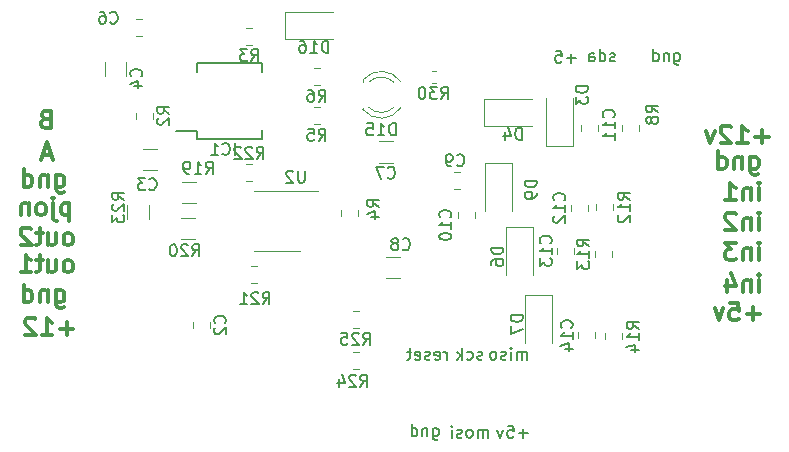
<source format=gbo>
G04 #@! TF.GenerationSoftware,KiCad,Pcbnew,5.0.2-bee76a0~70~ubuntu18.04.1*
G04 #@! TF.CreationDate,2020-01-04T15:46:48+02:00*
G04 #@! TF.ProjectId,swbb_node,73776262-5f6e-46f6-9465-2e6b69636164,rev?*
G04 #@! TF.SameCoordinates,Original*
G04 #@! TF.FileFunction,Legend,Bot*
G04 #@! TF.FilePolarity,Positive*
%FSLAX46Y46*%
G04 Gerber Fmt 4.6, Leading zero omitted, Abs format (unit mm)*
G04 Created by KiCad (PCBNEW 5.0.2-bee76a0~70~ubuntu18.04.1) date Сб 04 янв 2020 15:46:48*
%MOMM*%
%LPD*%
G01*
G04 APERTURE LIST*
%ADD10C,0.200000*%
%ADD11C,0.300000*%
%ADD12C,0.120000*%
%ADD13C,0.150000*%
G04 APERTURE END LIST*
D10*
X98099476Y-161329714D02*
X98099476Y-162139238D01*
X98147095Y-162234476D01*
X98194714Y-162282095D01*
X98289952Y-162329714D01*
X98432809Y-162329714D01*
X98528047Y-162282095D01*
X98099476Y-161948761D02*
X98194714Y-161996380D01*
X98385190Y-161996380D01*
X98480428Y-161948761D01*
X98528047Y-161901142D01*
X98575666Y-161805904D01*
X98575666Y-161520190D01*
X98528047Y-161424952D01*
X98480428Y-161377333D01*
X98385190Y-161329714D01*
X98194714Y-161329714D01*
X98099476Y-161377333D01*
X97623285Y-161329714D02*
X97623285Y-161996380D01*
X97623285Y-161424952D02*
X97575666Y-161377333D01*
X97480428Y-161329714D01*
X97337571Y-161329714D01*
X97242333Y-161377333D01*
X97194714Y-161472571D01*
X97194714Y-161996380D01*
X96289952Y-161996380D02*
X96289952Y-160996380D01*
X96289952Y-161948761D02*
X96385190Y-161996380D01*
X96575666Y-161996380D01*
X96670904Y-161948761D01*
X96718523Y-161901142D01*
X96766142Y-161805904D01*
X96766142Y-161520190D01*
X96718523Y-161424952D01*
X96670904Y-161377333D01*
X96575666Y-161329714D01*
X96385190Y-161329714D01*
X96289952Y-161377333D01*
X102742809Y-162123380D02*
X102742809Y-161456714D01*
X102742809Y-161551952D02*
X102695190Y-161504333D01*
X102599952Y-161456714D01*
X102457095Y-161456714D01*
X102361857Y-161504333D01*
X102314238Y-161599571D01*
X102314238Y-162123380D01*
X102314238Y-161599571D02*
X102266619Y-161504333D01*
X102171380Y-161456714D01*
X102028523Y-161456714D01*
X101933285Y-161504333D01*
X101885666Y-161599571D01*
X101885666Y-162123380D01*
X101266619Y-162123380D02*
X101361857Y-162075761D01*
X101409476Y-162028142D01*
X101457095Y-161932904D01*
X101457095Y-161647190D01*
X101409476Y-161551952D01*
X101361857Y-161504333D01*
X101266619Y-161456714D01*
X101123761Y-161456714D01*
X101028523Y-161504333D01*
X100980904Y-161551952D01*
X100933285Y-161647190D01*
X100933285Y-161932904D01*
X100980904Y-162028142D01*
X101028523Y-162075761D01*
X101123761Y-162123380D01*
X101266619Y-162123380D01*
X100552333Y-162075761D02*
X100457095Y-162123380D01*
X100266619Y-162123380D01*
X100171380Y-162075761D01*
X100123761Y-161980523D01*
X100123761Y-161932904D01*
X100171380Y-161837666D01*
X100266619Y-161790047D01*
X100409476Y-161790047D01*
X100504714Y-161742428D01*
X100552333Y-161647190D01*
X100552333Y-161599571D01*
X100504714Y-161504333D01*
X100409476Y-161456714D01*
X100266619Y-161456714D01*
X100171380Y-161504333D01*
X99695190Y-162123380D02*
X99695190Y-161456714D01*
X99695190Y-161123380D02*
X99742809Y-161171000D01*
X99695190Y-161218619D01*
X99647571Y-161171000D01*
X99695190Y-161123380D01*
X99695190Y-161218619D01*
X106140095Y-161742428D02*
X105378190Y-161742428D01*
X105759142Y-162123380D02*
X105759142Y-161361476D01*
X104425809Y-161123380D02*
X104902000Y-161123380D01*
X104949619Y-161599571D01*
X104902000Y-161551952D01*
X104806761Y-161504333D01*
X104568666Y-161504333D01*
X104473428Y-161551952D01*
X104425809Y-161599571D01*
X104378190Y-161694809D01*
X104378190Y-161932904D01*
X104425809Y-162028142D01*
X104473428Y-162075761D01*
X104568666Y-162123380D01*
X104806761Y-162123380D01*
X104902000Y-162075761D01*
X104949619Y-162028142D01*
X104044857Y-161456714D02*
X103806761Y-162123380D01*
X103568666Y-161456714D01*
X99282047Y-155519380D02*
X99282047Y-154852714D01*
X99282047Y-155043190D02*
X99234428Y-154947952D01*
X99186809Y-154900333D01*
X99091571Y-154852714D01*
X98996333Y-154852714D01*
X98282047Y-155471761D02*
X98377285Y-155519380D01*
X98567761Y-155519380D01*
X98663000Y-155471761D01*
X98710619Y-155376523D01*
X98710619Y-154995571D01*
X98663000Y-154900333D01*
X98567761Y-154852714D01*
X98377285Y-154852714D01*
X98282047Y-154900333D01*
X98234428Y-154995571D01*
X98234428Y-155090809D01*
X98710619Y-155186047D01*
X97853476Y-155471761D02*
X97758238Y-155519380D01*
X97567761Y-155519380D01*
X97472523Y-155471761D01*
X97424904Y-155376523D01*
X97424904Y-155328904D01*
X97472523Y-155233666D01*
X97567761Y-155186047D01*
X97710619Y-155186047D01*
X97805857Y-155138428D01*
X97853476Y-155043190D01*
X97853476Y-154995571D01*
X97805857Y-154900333D01*
X97710619Y-154852714D01*
X97567761Y-154852714D01*
X97472523Y-154900333D01*
X96615380Y-155471761D02*
X96710619Y-155519380D01*
X96901095Y-155519380D01*
X96996333Y-155471761D01*
X97043952Y-155376523D01*
X97043952Y-154995571D01*
X96996333Y-154900333D01*
X96901095Y-154852714D01*
X96710619Y-154852714D01*
X96615380Y-154900333D01*
X96567761Y-154995571D01*
X96567761Y-155090809D01*
X97043952Y-155186047D01*
X96282047Y-154852714D02*
X95901095Y-154852714D01*
X96139190Y-154519380D02*
X96139190Y-155376523D01*
X96091571Y-155471761D01*
X95996333Y-155519380D01*
X95901095Y-155519380D01*
X102266619Y-155471761D02*
X102171380Y-155519380D01*
X101980904Y-155519380D01*
X101885666Y-155471761D01*
X101838047Y-155376523D01*
X101838047Y-155328904D01*
X101885666Y-155233666D01*
X101980904Y-155186047D01*
X102123761Y-155186047D01*
X102219000Y-155138428D01*
X102266619Y-155043190D01*
X102266619Y-154995571D01*
X102219000Y-154900333D01*
X102123761Y-154852714D01*
X101980904Y-154852714D01*
X101885666Y-154900333D01*
X100980904Y-155471761D02*
X101076142Y-155519380D01*
X101266619Y-155519380D01*
X101361857Y-155471761D01*
X101409476Y-155424142D01*
X101457095Y-155328904D01*
X101457095Y-155043190D01*
X101409476Y-154947952D01*
X101361857Y-154900333D01*
X101266619Y-154852714D01*
X101076142Y-154852714D01*
X100980904Y-154900333D01*
X100552333Y-155519380D02*
X100552333Y-154519380D01*
X100457095Y-155138428D02*
X100171380Y-155519380D01*
X100171380Y-154852714D02*
X100552333Y-155233666D01*
X106044809Y-155519380D02*
X106044809Y-154852714D01*
X106044809Y-154947952D02*
X105997190Y-154900333D01*
X105901952Y-154852714D01*
X105759095Y-154852714D01*
X105663857Y-154900333D01*
X105616238Y-154995571D01*
X105616238Y-155519380D01*
X105616238Y-154995571D02*
X105568619Y-154900333D01*
X105473380Y-154852714D01*
X105330523Y-154852714D01*
X105235285Y-154900333D01*
X105187666Y-154995571D01*
X105187666Y-155519380D01*
X104711476Y-155519380D02*
X104711476Y-154852714D01*
X104711476Y-154519380D02*
X104759095Y-154567000D01*
X104711476Y-154614619D01*
X104663857Y-154567000D01*
X104711476Y-154519380D01*
X104711476Y-154614619D01*
X104282904Y-155471761D02*
X104187666Y-155519380D01*
X103997190Y-155519380D01*
X103901952Y-155471761D01*
X103854333Y-155376523D01*
X103854333Y-155328904D01*
X103901952Y-155233666D01*
X103997190Y-155186047D01*
X104140047Y-155186047D01*
X104235285Y-155138428D01*
X104282904Y-155043190D01*
X104282904Y-154995571D01*
X104235285Y-154900333D01*
X104140047Y-154852714D01*
X103997190Y-154852714D01*
X103901952Y-154900333D01*
X103282904Y-155519380D02*
X103378142Y-155471761D01*
X103425761Y-155424142D01*
X103473380Y-155328904D01*
X103473380Y-155043190D01*
X103425761Y-154947952D01*
X103378142Y-154900333D01*
X103282904Y-154852714D01*
X103140047Y-154852714D01*
X103044809Y-154900333D01*
X102997190Y-154947952D01*
X102949571Y-155043190D01*
X102949571Y-155328904D01*
X102997190Y-155424142D01*
X103044809Y-155471761D01*
X103140047Y-155519380D01*
X103282904Y-155519380D01*
D11*
X126523428Y-136632142D02*
X125380571Y-136632142D01*
X125952000Y-137203571D02*
X125952000Y-136060714D01*
X123880571Y-137203571D02*
X124737714Y-137203571D01*
X124309142Y-137203571D02*
X124309142Y-135703571D01*
X124452000Y-135917857D01*
X124594857Y-136060714D01*
X124737714Y-136132142D01*
X123309142Y-135846428D02*
X123237714Y-135775000D01*
X123094857Y-135703571D01*
X122737714Y-135703571D01*
X122594857Y-135775000D01*
X122523428Y-135846428D01*
X122452000Y-135989285D01*
X122452000Y-136132142D01*
X122523428Y-136346428D01*
X123380571Y-137203571D01*
X122452000Y-137203571D01*
X121952000Y-136203571D02*
X121594857Y-137203571D01*
X121237714Y-136203571D01*
X124987714Y-138362571D02*
X124987714Y-139576857D01*
X125059142Y-139719714D01*
X125130571Y-139791142D01*
X125273428Y-139862571D01*
X125487714Y-139862571D01*
X125630571Y-139791142D01*
X124987714Y-139291142D02*
X125130571Y-139362571D01*
X125416285Y-139362571D01*
X125559142Y-139291142D01*
X125630571Y-139219714D01*
X125702000Y-139076857D01*
X125702000Y-138648285D01*
X125630571Y-138505428D01*
X125559142Y-138434000D01*
X125416285Y-138362571D01*
X125130571Y-138362571D01*
X124987714Y-138434000D01*
X124273428Y-138362571D02*
X124273428Y-139362571D01*
X124273428Y-138505428D02*
X124202000Y-138434000D01*
X124059142Y-138362571D01*
X123844857Y-138362571D01*
X123702000Y-138434000D01*
X123630571Y-138576857D01*
X123630571Y-139362571D01*
X122273428Y-139362571D02*
X122273428Y-137862571D01*
X122273428Y-139291142D02*
X122416285Y-139362571D01*
X122702000Y-139362571D01*
X122844857Y-139291142D01*
X122916285Y-139219714D01*
X122987714Y-139076857D01*
X122987714Y-138648285D01*
X122916285Y-138505428D01*
X122844857Y-138434000D01*
X122702000Y-138362571D01*
X122416285Y-138362571D01*
X122273428Y-138434000D01*
X125725857Y-142029571D02*
X125725857Y-141029571D01*
X125725857Y-140529571D02*
X125797285Y-140601000D01*
X125725857Y-140672428D01*
X125654428Y-140601000D01*
X125725857Y-140529571D01*
X125725857Y-140672428D01*
X125011571Y-141029571D02*
X125011571Y-142029571D01*
X125011571Y-141172428D02*
X124940142Y-141101000D01*
X124797285Y-141029571D01*
X124583000Y-141029571D01*
X124440142Y-141101000D01*
X124368714Y-141243857D01*
X124368714Y-142029571D01*
X122868714Y-142029571D02*
X123725857Y-142029571D01*
X123297285Y-142029571D02*
X123297285Y-140529571D01*
X123440142Y-140743857D01*
X123583000Y-140886714D01*
X123725857Y-140958142D01*
X125725857Y-144569571D02*
X125725857Y-143569571D01*
X125725857Y-143069571D02*
X125797285Y-143141000D01*
X125725857Y-143212428D01*
X125654428Y-143141000D01*
X125725857Y-143069571D01*
X125725857Y-143212428D01*
X125011571Y-143569571D02*
X125011571Y-144569571D01*
X125011571Y-143712428D02*
X124940142Y-143641000D01*
X124797285Y-143569571D01*
X124583000Y-143569571D01*
X124440142Y-143641000D01*
X124368714Y-143783857D01*
X124368714Y-144569571D01*
X123725857Y-143212428D02*
X123654428Y-143141000D01*
X123511571Y-143069571D01*
X123154428Y-143069571D01*
X123011571Y-143141000D01*
X122940142Y-143212428D01*
X122868714Y-143355285D01*
X122868714Y-143498142D01*
X122940142Y-143712428D01*
X123797285Y-144569571D01*
X122868714Y-144569571D01*
X125725857Y-147109571D02*
X125725857Y-146109571D01*
X125725857Y-145609571D02*
X125797285Y-145681000D01*
X125725857Y-145752428D01*
X125654428Y-145681000D01*
X125725857Y-145609571D01*
X125725857Y-145752428D01*
X125011571Y-146109571D02*
X125011571Y-147109571D01*
X125011571Y-146252428D02*
X124940142Y-146181000D01*
X124797285Y-146109571D01*
X124583000Y-146109571D01*
X124440142Y-146181000D01*
X124368714Y-146323857D01*
X124368714Y-147109571D01*
X123797285Y-145609571D02*
X122868714Y-145609571D01*
X123368714Y-146181000D01*
X123154428Y-146181000D01*
X123011571Y-146252428D01*
X122940142Y-146323857D01*
X122868714Y-146466714D01*
X122868714Y-146823857D01*
X122940142Y-146966714D01*
X123011571Y-147038142D01*
X123154428Y-147109571D01*
X123583000Y-147109571D01*
X123725857Y-147038142D01*
X123797285Y-146966714D01*
X125725857Y-149776571D02*
X125725857Y-148776571D01*
X125725857Y-148276571D02*
X125797285Y-148348000D01*
X125725857Y-148419428D01*
X125654428Y-148348000D01*
X125725857Y-148276571D01*
X125725857Y-148419428D01*
X125011571Y-148776571D02*
X125011571Y-149776571D01*
X125011571Y-148919428D02*
X124940142Y-148848000D01*
X124797285Y-148776571D01*
X124583000Y-148776571D01*
X124440142Y-148848000D01*
X124368714Y-148990857D01*
X124368714Y-149776571D01*
X123011571Y-148776571D02*
X123011571Y-149776571D01*
X123368714Y-148205142D02*
X123725857Y-149276571D01*
X122797285Y-149276571D01*
X125809142Y-151618142D02*
X124666285Y-151618142D01*
X125237714Y-152189571D02*
X125237714Y-151046714D01*
X123237714Y-150689571D02*
X123952000Y-150689571D01*
X124023428Y-151403857D01*
X123952000Y-151332428D01*
X123809142Y-151261000D01*
X123452000Y-151261000D01*
X123309142Y-151332428D01*
X123237714Y-151403857D01*
X123166285Y-151546714D01*
X123166285Y-151903857D01*
X123237714Y-152046714D01*
X123309142Y-152118142D01*
X123452000Y-152189571D01*
X123809142Y-152189571D01*
X123952000Y-152118142D01*
X124023428Y-152046714D01*
X122666285Y-151189571D02*
X122309142Y-152189571D01*
X121952000Y-151189571D01*
X65297857Y-135147857D02*
X65083571Y-135219285D01*
X65012142Y-135290714D01*
X64940714Y-135433571D01*
X64940714Y-135647857D01*
X65012142Y-135790714D01*
X65083571Y-135862142D01*
X65226428Y-135933571D01*
X65797857Y-135933571D01*
X65797857Y-134433571D01*
X65297857Y-134433571D01*
X65155000Y-134505000D01*
X65083571Y-134576428D01*
X65012142Y-134719285D01*
X65012142Y-134862142D01*
X65083571Y-135005000D01*
X65155000Y-135076428D01*
X65297857Y-135147857D01*
X65797857Y-135147857D01*
X65762142Y-138172000D02*
X65047857Y-138172000D01*
X65905000Y-138600571D02*
X65405000Y-137100571D01*
X64905000Y-138600571D01*
X66186714Y-139886571D02*
X66186714Y-141100857D01*
X66258142Y-141243714D01*
X66329571Y-141315142D01*
X66472428Y-141386571D01*
X66686714Y-141386571D01*
X66829571Y-141315142D01*
X66186714Y-140815142D02*
X66329571Y-140886571D01*
X66615285Y-140886571D01*
X66758142Y-140815142D01*
X66829571Y-140743714D01*
X66901000Y-140600857D01*
X66901000Y-140172285D01*
X66829571Y-140029428D01*
X66758142Y-139958000D01*
X66615285Y-139886571D01*
X66329571Y-139886571D01*
X66186714Y-139958000D01*
X65472428Y-139886571D02*
X65472428Y-140886571D01*
X65472428Y-140029428D02*
X65401000Y-139958000D01*
X65258142Y-139886571D01*
X65043857Y-139886571D01*
X64901000Y-139958000D01*
X64829571Y-140100857D01*
X64829571Y-140886571D01*
X63472428Y-140886571D02*
X63472428Y-139386571D01*
X63472428Y-140815142D02*
X63615285Y-140886571D01*
X63901000Y-140886571D01*
X64043857Y-140815142D01*
X64115285Y-140743714D01*
X64186714Y-140600857D01*
X64186714Y-140172285D01*
X64115285Y-140029428D01*
X64043857Y-139958000D01*
X63901000Y-139886571D01*
X63615285Y-139886571D01*
X63472428Y-139958000D01*
X67313714Y-142299571D02*
X67313714Y-143799571D01*
X67313714Y-142371000D02*
X67170857Y-142299571D01*
X66885142Y-142299571D01*
X66742285Y-142371000D01*
X66670857Y-142442428D01*
X66599428Y-142585285D01*
X66599428Y-143013857D01*
X66670857Y-143156714D01*
X66742285Y-143228142D01*
X66885142Y-143299571D01*
X67170857Y-143299571D01*
X67313714Y-143228142D01*
X65956571Y-142299571D02*
X65956571Y-143585285D01*
X66028000Y-143728142D01*
X66170857Y-143799571D01*
X66242285Y-143799571D01*
X65956571Y-141799571D02*
X66028000Y-141871000D01*
X65956571Y-141942428D01*
X65885142Y-141871000D01*
X65956571Y-141799571D01*
X65956571Y-141942428D01*
X65028000Y-143299571D02*
X65170857Y-143228142D01*
X65242285Y-143156714D01*
X65313714Y-143013857D01*
X65313714Y-142585285D01*
X65242285Y-142442428D01*
X65170857Y-142371000D01*
X65028000Y-142299571D01*
X64813714Y-142299571D01*
X64670857Y-142371000D01*
X64599428Y-142442428D01*
X64528000Y-142585285D01*
X64528000Y-143013857D01*
X64599428Y-143156714D01*
X64670857Y-143228142D01*
X64813714Y-143299571D01*
X65028000Y-143299571D01*
X63885142Y-142299571D02*
X63885142Y-143299571D01*
X63885142Y-142442428D02*
X63813714Y-142371000D01*
X63670857Y-142299571D01*
X63456571Y-142299571D01*
X63313714Y-142371000D01*
X63242285Y-142513857D01*
X63242285Y-143299571D01*
X67333571Y-145839571D02*
X67476428Y-145768142D01*
X67547857Y-145696714D01*
X67619285Y-145553857D01*
X67619285Y-145125285D01*
X67547857Y-144982428D01*
X67476428Y-144911000D01*
X67333571Y-144839571D01*
X67119285Y-144839571D01*
X66976428Y-144911000D01*
X66905000Y-144982428D01*
X66833571Y-145125285D01*
X66833571Y-145553857D01*
X66905000Y-145696714D01*
X66976428Y-145768142D01*
X67119285Y-145839571D01*
X67333571Y-145839571D01*
X65547857Y-144839571D02*
X65547857Y-145839571D01*
X66190714Y-144839571D02*
X66190714Y-145625285D01*
X66119285Y-145768142D01*
X65976428Y-145839571D01*
X65762142Y-145839571D01*
X65619285Y-145768142D01*
X65547857Y-145696714D01*
X65047857Y-144839571D02*
X64476428Y-144839571D01*
X64833571Y-144339571D02*
X64833571Y-145625285D01*
X64762142Y-145768142D01*
X64619285Y-145839571D01*
X64476428Y-145839571D01*
X64047857Y-144482428D02*
X63976428Y-144411000D01*
X63833571Y-144339571D01*
X63476428Y-144339571D01*
X63333571Y-144411000D01*
X63262142Y-144482428D01*
X63190714Y-144625285D01*
X63190714Y-144768142D01*
X63262142Y-144982428D01*
X64119285Y-145839571D01*
X63190714Y-145839571D01*
X67333571Y-148125571D02*
X67476428Y-148054142D01*
X67547857Y-147982714D01*
X67619285Y-147839857D01*
X67619285Y-147411285D01*
X67547857Y-147268428D01*
X67476428Y-147197000D01*
X67333571Y-147125571D01*
X67119285Y-147125571D01*
X66976428Y-147197000D01*
X66905000Y-147268428D01*
X66833571Y-147411285D01*
X66833571Y-147839857D01*
X66905000Y-147982714D01*
X66976428Y-148054142D01*
X67119285Y-148125571D01*
X67333571Y-148125571D01*
X65547857Y-147125571D02*
X65547857Y-148125571D01*
X66190714Y-147125571D02*
X66190714Y-147911285D01*
X66119285Y-148054142D01*
X65976428Y-148125571D01*
X65762142Y-148125571D01*
X65619285Y-148054142D01*
X65547857Y-147982714D01*
X65047857Y-147125571D02*
X64476428Y-147125571D01*
X64833571Y-146625571D02*
X64833571Y-147911285D01*
X64762142Y-148054142D01*
X64619285Y-148125571D01*
X64476428Y-148125571D01*
X63190714Y-148125571D02*
X64047857Y-148125571D01*
X63619285Y-148125571D02*
X63619285Y-146625571D01*
X63762142Y-146839857D01*
X63905000Y-146982714D01*
X64047857Y-147054142D01*
X66186714Y-149665571D02*
X66186714Y-150879857D01*
X66258142Y-151022714D01*
X66329571Y-151094142D01*
X66472428Y-151165571D01*
X66686714Y-151165571D01*
X66829571Y-151094142D01*
X66186714Y-150594142D02*
X66329571Y-150665571D01*
X66615285Y-150665571D01*
X66758142Y-150594142D01*
X66829571Y-150522714D01*
X66901000Y-150379857D01*
X66901000Y-149951285D01*
X66829571Y-149808428D01*
X66758142Y-149737000D01*
X66615285Y-149665571D01*
X66329571Y-149665571D01*
X66186714Y-149737000D01*
X65472428Y-149665571D02*
X65472428Y-150665571D01*
X65472428Y-149808428D02*
X65401000Y-149737000D01*
X65258142Y-149665571D01*
X65043857Y-149665571D01*
X64901000Y-149737000D01*
X64829571Y-149879857D01*
X64829571Y-150665571D01*
X63472428Y-150665571D02*
X63472428Y-149165571D01*
X63472428Y-150594142D02*
X63615285Y-150665571D01*
X63901000Y-150665571D01*
X64043857Y-150594142D01*
X64115285Y-150522714D01*
X64186714Y-150379857D01*
X64186714Y-149951285D01*
X64115285Y-149808428D01*
X64043857Y-149737000D01*
X63901000Y-149665571D01*
X63615285Y-149665571D01*
X63472428Y-149737000D01*
X67659000Y-152888142D02*
X66516142Y-152888142D01*
X67087571Y-153459571D02*
X67087571Y-152316714D01*
X65016142Y-153459571D02*
X65873285Y-153459571D01*
X65444714Y-153459571D02*
X65444714Y-151959571D01*
X65587571Y-152173857D01*
X65730428Y-152316714D01*
X65873285Y-152388142D01*
X64444714Y-152102428D02*
X64373285Y-152031000D01*
X64230428Y-151959571D01*
X63873285Y-151959571D01*
X63730428Y-152031000D01*
X63659000Y-152102428D01*
X63587571Y-152245285D01*
X63587571Y-152388142D01*
X63659000Y-152602428D01*
X64516142Y-153459571D01*
X63587571Y-153459571D01*
D10*
X118546476Y-129579714D02*
X118546476Y-130389238D01*
X118594095Y-130484476D01*
X118641714Y-130532095D01*
X118736952Y-130579714D01*
X118879809Y-130579714D01*
X118975047Y-130532095D01*
X118546476Y-130198761D02*
X118641714Y-130246380D01*
X118832190Y-130246380D01*
X118927428Y-130198761D01*
X118975047Y-130151142D01*
X119022666Y-130055904D01*
X119022666Y-129770190D01*
X118975047Y-129674952D01*
X118927428Y-129627333D01*
X118832190Y-129579714D01*
X118641714Y-129579714D01*
X118546476Y-129627333D01*
X118070285Y-129579714D02*
X118070285Y-130246380D01*
X118070285Y-129674952D02*
X118022666Y-129627333D01*
X117927428Y-129579714D01*
X117784571Y-129579714D01*
X117689333Y-129627333D01*
X117641714Y-129722571D01*
X117641714Y-130246380D01*
X116736952Y-130246380D02*
X116736952Y-129246380D01*
X116736952Y-130198761D02*
X116832190Y-130246380D01*
X117022666Y-130246380D01*
X117117904Y-130198761D01*
X117165523Y-130151142D01*
X117213142Y-130055904D01*
X117213142Y-129770190D01*
X117165523Y-129674952D01*
X117117904Y-129627333D01*
X117022666Y-129579714D01*
X116832190Y-129579714D01*
X116736952Y-129627333D01*
X113514047Y-130198761D02*
X113418809Y-130246380D01*
X113228333Y-130246380D01*
X113133095Y-130198761D01*
X113085476Y-130103523D01*
X113085476Y-130055904D01*
X113133095Y-129960666D01*
X113228333Y-129913047D01*
X113371190Y-129913047D01*
X113466428Y-129865428D01*
X113514047Y-129770190D01*
X113514047Y-129722571D01*
X113466428Y-129627333D01*
X113371190Y-129579714D01*
X113228333Y-129579714D01*
X113133095Y-129627333D01*
X112228333Y-130246380D02*
X112228333Y-129246380D01*
X112228333Y-130198761D02*
X112323571Y-130246380D01*
X112514047Y-130246380D01*
X112609285Y-130198761D01*
X112656904Y-130151142D01*
X112704523Y-130055904D01*
X112704523Y-129770190D01*
X112656904Y-129674952D01*
X112609285Y-129627333D01*
X112514047Y-129579714D01*
X112323571Y-129579714D01*
X112228333Y-129627333D01*
X111323571Y-130246380D02*
X111323571Y-129722571D01*
X111371190Y-129627333D01*
X111466428Y-129579714D01*
X111656904Y-129579714D01*
X111752142Y-129627333D01*
X111323571Y-130198761D02*
X111418809Y-130246380D01*
X111656904Y-130246380D01*
X111752142Y-130198761D01*
X111799761Y-130103523D01*
X111799761Y-130008285D01*
X111752142Y-129913047D01*
X111656904Y-129865428D01*
X111418809Y-129865428D01*
X111323571Y-129817809D01*
X110204142Y-129992428D02*
X109442238Y-129992428D01*
X109823190Y-130373380D02*
X109823190Y-129611476D01*
X108489857Y-129373380D02*
X108966047Y-129373380D01*
X109013666Y-129849571D01*
X108966047Y-129801952D01*
X108870809Y-129754333D01*
X108632714Y-129754333D01*
X108537476Y-129801952D01*
X108489857Y-129849571D01*
X108442238Y-129944809D01*
X108442238Y-130182904D01*
X108489857Y-130278142D01*
X108537476Y-130325761D01*
X108632714Y-130373380D01*
X108870809Y-130373380D01*
X108966047Y-130325761D01*
X109013666Y-130278142D01*
D12*
G04 #@! TO.C,R30*
X97985733Y-131062000D02*
X98328267Y-131062000D01*
X97985733Y-132082000D02*
X98328267Y-132082000D01*
G04 #@! TO.C,U2*
X84928000Y-141204000D02*
X88378000Y-141204000D01*
X84928000Y-141204000D02*
X82978000Y-141204000D01*
X84928000Y-146324000D02*
X86878000Y-146324000D01*
X84928000Y-146324000D02*
X82978000Y-146324000D01*
G04 #@! TO.C,D15*
X92166000Y-132016000D02*
X92166000Y-131860000D01*
X92166000Y-134332000D02*
X92166000Y-134176000D01*
X94767130Y-132016163D02*
G75*
G03X92685039Y-132016000I-1041130J-1079837D01*
G01*
X94767130Y-134175837D02*
G75*
G02X92685039Y-134176000I-1041130J1079837D01*
G01*
X95398335Y-132017392D02*
G75*
G03X92166000Y-131860484I-1672335J-1078608D01*
G01*
X95398335Y-134174608D02*
G75*
G02X92166000Y-134331516I-1672335J1078608D01*
G01*
G04 #@! TO.C,D16*
X85587500Y-126119000D02*
X89647500Y-126119000D01*
X85587500Y-128389000D02*
X85587500Y-126119000D01*
X89647500Y-128389000D02*
X85587500Y-128389000D01*
G04 #@! TO.C,R21*
X83183252Y-149046000D02*
X82660748Y-149046000D01*
X83183252Y-147626000D02*
X82660748Y-147626000D01*
G04 #@! TO.C,R22*
X82802252Y-140410000D02*
X82279748Y-140410000D01*
X82802252Y-138990000D02*
X82279748Y-138990000D01*
G04 #@! TO.C,R24*
X91819252Y-156285000D02*
X91296748Y-156285000D01*
X91819252Y-154865000D02*
X91296748Y-154865000D01*
G04 #@! TO.C,R25*
X91296748Y-151436000D02*
X91819252Y-151436000D01*
X91296748Y-152856000D02*
X91819252Y-152856000D01*
G04 #@! TO.C,R20*
X77981564Y-145309000D02*
X76777436Y-145309000D01*
X77981564Y-143489000D02*
X76777436Y-143489000D01*
G04 #@! TO.C,R23*
X72242000Y-143604064D02*
X72242000Y-142399936D01*
X74062000Y-143604064D02*
X74062000Y-142399936D01*
G04 #@! TO.C,R19*
X78035564Y-142261000D02*
X76831436Y-142261000D01*
X78035564Y-140441000D02*
X76831436Y-140441000D01*
G04 #@! TO.C,C9*
X99895422Y-139625000D02*
X100412578Y-139625000D01*
X99895422Y-141045000D02*
X100412578Y-141045000D01*
G04 #@! TO.C,C10*
X100255000Y-143562578D02*
X100255000Y-143045422D01*
X101675000Y-143562578D02*
X101675000Y-143045422D01*
G04 #@! TO.C,C11*
X110669000Y-136196578D02*
X110669000Y-135679422D01*
X112089000Y-136196578D02*
X112089000Y-135679422D01*
G04 #@! TO.C,C12*
X111200000Y-142411422D02*
X111200000Y-142928578D01*
X109780000Y-142411422D02*
X109780000Y-142928578D01*
G04 #@! TO.C,C13*
X108637000Y-146610578D02*
X108637000Y-146093422D01*
X110057000Y-146610578D02*
X110057000Y-146093422D01*
G04 #@! TO.C,C14*
X111835000Y-153205422D02*
X111835000Y-153722578D01*
X110415000Y-153205422D02*
X110415000Y-153722578D01*
G04 #@! TO.C,C8*
X95341064Y-148611000D02*
X94136936Y-148611000D01*
X95341064Y-146791000D02*
X94136936Y-146791000D01*
G04 #@! TO.C,C7*
X93501936Y-137012000D02*
X94706064Y-137012000D01*
X93501936Y-138832000D02*
X94706064Y-138832000D01*
G04 #@! TO.C,D7*
X108196000Y-150030000D02*
X108196000Y-154090000D01*
X105926000Y-150030000D02*
X108196000Y-150030000D01*
X105926000Y-154090000D02*
X105926000Y-150030000D01*
G04 #@! TO.C,D3*
X107704000Y-137424000D02*
X107704000Y-133364000D01*
X109974000Y-137424000D02*
X107704000Y-137424000D01*
X109974000Y-133364000D02*
X109974000Y-137424000D01*
G04 #@! TO.C,D4*
X102442000Y-133485000D02*
X106502000Y-133485000D01*
X102442000Y-135755000D02*
X102442000Y-133485000D01*
X106502000Y-135755000D02*
X102442000Y-135755000D01*
G04 #@! TO.C,D6*
X106545000Y-144316000D02*
X106545000Y-148376000D01*
X104275000Y-144316000D02*
X106545000Y-144316000D01*
X104275000Y-148376000D02*
X104275000Y-144316000D01*
G04 #@! TO.C,D9*
X104767000Y-138854000D02*
X104767000Y-142914000D01*
X102497000Y-138854000D02*
X104767000Y-138854000D01*
X102497000Y-142914000D02*
X102497000Y-138854000D01*
G04 #@! TO.C,R13*
X113232000Y-146305748D02*
X113232000Y-146828252D01*
X111812000Y-146305748D02*
X111812000Y-146828252D01*
G04 #@! TO.C,R12*
X111939000Y-142873252D02*
X111939000Y-142350748D01*
X113359000Y-142873252D02*
X113359000Y-142350748D01*
G04 #@! TO.C,R8*
X115518000Y-135637748D02*
X115518000Y-136160252D01*
X114098000Y-135637748D02*
X114098000Y-136160252D01*
G04 #@! TO.C,R6*
X87994748Y-130862000D02*
X88517252Y-130862000D01*
X87994748Y-132282000D02*
X88517252Y-132282000D01*
G04 #@! TO.C,R5*
X87994748Y-134164000D02*
X88517252Y-134164000D01*
X87994748Y-135584000D02*
X88517252Y-135584000D01*
G04 #@! TO.C,R14*
X112701000Y-153813252D02*
X112701000Y-153290748D01*
X114121000Y-153813252D02*
X114121000Y-153290748D01*
G04 #@! TO.C,C6*
X73459078Y-128091000D02*
X72941922Y-128091000D01*
X73459078Y-126671000D02*
X72941922Y-126671000D01*
G04 #@! TO.C,C2*
X77776000Y-152864578D02*
X77776000Y-152347422D01*
X79196000Y-152864578D02*
X79196000Y-152347422D01*
G04 #@! TO.C,C4*
X70337000Y-131542064D02*
X70337000Y-130337936D01*
X72157000Y-131542064D02*
X72157000Y-130337936D01*
G04 #@! TO.C,C3*
X74767064Y-139467000D02*
X73562936Y-139467000D01*
X74767064Y-137647000D02*
X73562936Y-137647000D01*
G04 #@! TO.C,R4*
X91769000Y-142876748D02*
X91769000Y-143399252D01*
X90349000Y-142876748D02*
X90349000Y-143399252D01*
G04 #@! TO.C,R3*
X82291422Y-127433000D02*
X82808578Y-127433000D01*
X82291422Y-128853000D02*
X82808578Y-128853000D01*
G04 #@! TO.C,R2*
X72959000Y-135126252D02*
X72959000Y-134603748D01*
X74379000Y-135126252D02*
X74379000Y-134603748D01*
D13*
G04 #@! TO.C,IC1*
X78132000Y-136154000D02*
X76382000Y-136154000D01*
X78132000Y-130399000D02*
X83632000Y-130399000D01*
X78132000Y-136809000D02*
X83632000Y-136809000D01*
X78132000Y-130399000D02*
X78132000Y-131149000D01*
X83632000Y-130399000D02*
X83632000Y-131149000D01*
X83632000Y-136809000D02*
X83632000Y-136059000D01*
X78132000Y-136809000D02*
X78132000Y-136154000D01*
G04 #@! TO.C,R30*
X98799857Y-133454380D02*
X99133190Y-132978190D01*
X99371285Y-133454380D02*
X99371285Y-132454380D01*
X98990333Y-132454380D01*
X98895095Y-132502000D01*
X98847476Y-132549619D01*
X98799857Y-132644857D01*
X98799857Y-132787714D01*
X98847476Y-132882952D01*
X98895095Y-132930571D01*
X98990333Y-132978190D01*
X99371285Y-132978190D01*
X98466523Y-132454380D02*
X97847476Y-132454380D01*
X98180809Y-132835333D01*
X98037952Y-132835333D01*
X97942714Y-132882952D01*
X97895095Y-132930571D01*
X97847476Y-133025809D01*
X97847476Y-133263904D01*
X97895095Y-133359142D01*
X97942714Y-133406761D01*
X98037952Y-133454380D01*
X98323666Y-133454380D01*
X98418904Y-133406761D01*
X98466523Y-133359142D01*
X97228428Y-132454380D02*
X97133190Y-132454380D01*
X97037952Y-132502000D01*
X96990333Y-132549619D01*
X96942714Y-132644857D01*
X96895095Y-132835333D01*
X96895095Y-133073428D01*
X96942714Y-133263904D01*
X96990333Y-133359142D01*
X97037952Y-133406761D01*
X97133190Y-133454380D01*
X97228428Y-133454380D01*
X97323666Y-133406761D01*
X97371285Y-133359142D01*
X97418904Y-133263904D01*
X97466523Y-133073428D01*
X97466523Y-132835333D01*
X97418904Y-132644857D01*
X97371285Y-132549619D01*
X97323666Y-132502000D01*
X97228428Y-132454380D01*
G04 #@! TO.C,U2*
X87248904Y-139533380D02*
X87248904Y-140342904D01*
X87201285Y-140438142D01*
X87153666Y-140485761D01*
X87058428Y-140533380D01*
X86867952Y-140533380D01*
X86772714Y-140485761D01*
X86725095Y-140438142D01*
X86677476Y-140342904D01*
X86677476Y-139533380D01*
X86248904Y-139628619D02*
X86201285Y-139581000D01*
X86106047Y-139533380D01*
X85867952Y-139533380D01*
X85772714Y-139581000D01*
X85725095Y-139628619D01*
X85677476Y-139723857D01*
X85677476Y-139819095D01*
X85725095Y-139961952D01*
X86296523Y-140533380D01*
X85677476Y-140533380D01*
G04 #@! TO.C,D15*
X94940285Y-136508380D02*
X94940285Y-135508380D01*
X94702190Y-135508380D01*
X94559333Y-135556000D01*
X94464095Y-135651238D01*
X94416476Y-135746476D01*
X94368857Y-135936952D01*
X94368857Y-136079809D01*
X94416476Y-136270285D01*
X94464095Y-136365523D01*
X94559333Y-136460761D01*
X94702190Y-136508380D01*
X94940285Y-136508380D01*
X93416476Y-136508380D02*
X93987904Y-136508380D01*
X93702190Y-136508380D02*
X93702190Y-135508380D01*
X93797428Y-135651238D01*
X93892666Y-135746476D01*
X93987904Y-135794095D01*
X92511714Y-135508380D02*
X92987904Y-135508380D01*
X93035523Y-135984571D01*
X92987904Y-135936952D01*
X92892666Y-135889333D01*
X92654571Y-135889333D01*
X92559333Y-135936952D01*
X92511714Y-135984571D01*
X92464095Y-136079809D01*
X92464095Y-136317904D01*
X92511714Y-136413142D01*
X92559333Y-136460761D01*
X92654571Y-136508380D01*
X92892666Y-136508380D01*
X92987904Y-136460761D01*
X93035523Y-136413142D01*
G04 #@! TO.C,D16*
X89261785Y-129526380D02*
X89261785Y-128526380D01*
X89023690Y-128526380D01*
X88880833Y-128574000D01*
X88785595Y-128669238D01*
X88737976Y-128764476D01*
X88690357Y-128954952D01*
X88690357Y-129097809D01*
X88737976Y-129288285D01*
X88785595Y-129383523D01*
X88880833Y-129478761D01*
X89023690Y-129526380D01*
X89261785Y-129526380D01*
X87737976Y-129526380D02*
X88309404Y-129526380D01*
X88023690Y-129526380D02*
X88023690Y-128526380D01*
X88118928Y-128669238D01*
X88214166Y-128764476D01*
X88309404Y-128812095D01*
X86880833Y-128526380D02*
X87071309Y-128526380D01*
X87166547Y-128574000D01*
X87214166Y-128621619D01*
X87309404Y-128764476D01*
X87357023Y-128954952D01*
X87357023Y-129335904D01*
X87309404Y-129431142D01*
X87261785Y-129478761D01*
X87166547Y-129526380D01*
X86976071Y-129526380D01*
X86880833Y-129478761D01*
X86833214Y-129431142D01*
X86785595Y-129335904D01*
X86785595Y-129097809D01*
X86833214Y-129002571D01*
X86880833Y-128954952D01*
X86976071Y-128907333D01*
X87166547Y-128907333D01*
X87261785Y-128954952D01*
X87309404Y-129002571D01*
X87357023Y-129097809D01*
G04 #@! TO.C,R21*
X83691857Y-150820380D02*
X84025190Y-150344190D01*
X84263285Y-150820380D02*
X84263285Y-149820380D01*
X83882333Y-149820380D01*
X83787095Y-149868000D01*
X83739476Y-149915619D01*
X83691857Y-150010857D01*
X83691857Y-150153714D01*
X83739476Y-150248952D01*
X83787095Y-150296571D01*
X83882333Y-150344190D01*
X84263285Y-150344190D01*
X83310904Y-149915619D02*
X83263285Y-149868000D01*
X83168047Y-149820380D01*
X82929952Y-149820380D01*
X82834714Y-149868000D01*
X82787095Y-149915619D01*
X82739476Y-150010857D01*
X82739476Y-150106095D01*
X82787095Y-150248952D01*
X83358523Y-150820380D01*
X82739476Y-150820380D01*
X81787095Y-150820380D02*
X82358523Y-150820380D01*
X82072809Y-150820380D02*
X82072809Y-149820380D01*
X82168047Y-149963238D01*
X82263285Y-150058476D01*
X82358523Y-150106095D01*
G04 #@! TO.C,R22*
X83183857Y-138502380D02*
X83517190Y-138026190D01*
X83755285Y-138502380D02*
X83755285Y-137502380D01*
X83374333Y-137502380D01*
X83279095Y-137550000D01*
X83231476Y-137597619D01*
X83183857Y-137692857D01*
X83183857Y-137835714D01*
X83231476Y-137930952D01*
X83279095Y-137978571D01*
X83374333Y-138026190D01*
X83755285Y-138026190D01*
X82802904Y-137597619D02*
X82755285Y-137550000D01*
X82660047Y-137502380D01*
X82421952Y-137502380D01*
X82326714Y-137550000D01*
X82279095Y-137597619D01*
X82231476Y-137692857D01*
X82231476Y-137788095D01*
X82279095Y-137930952D01*
X82850523Y-138502380D01*
X82231476Y-138502380D01*
X81850523Y-137597619D02*
X81802904Y-137550000D01*
X81707666Y-137502380D01*
X81469571Y-137502380D01*
X81374333Y-137550000D01*
X81326714Y-137597619D01*
X81279095Y-137692857D01*
X81279095Y-137788095D01*
X81326714Y-137930952D01*
X81898142Y-138502380D01*
X81279095Y-138502380D01*
G04 #@! TO.C,R24*
X91955857Y-157805380D02*
X92289190Y-157329190D01*
X92527285Y-157805380D02*
X92527285Y-156805380D01*
X92146333Y-156805380D01*
X92051095Y-156853000D01*
X92003476Y-156900619D01*
X91955857Y-156995857D01*
X91955857Y-157138714D01*
X92003476Y-157233952D01*
X92051095Y-157281571D01*
X92146333Y-157329190D01*
X92527285Y-157329190D01*
X91574904Y-156900619D02*
X91527285Y-156853000D01*
X91432047Y-156805380D01*
X91193952Y-156805380D01*
X91098714Y-156853000D01*
X91051095Y-156900619D01*
X91003476Y-156995857D01*
X91003476Y-157091095D01*
X91051095Y-157233952D01*
X91622523Y-157805380D01*
X91003476Y-157805380D01*
X90146333Y-157138714D02*
X90146333Y-157805380D01*
X90384428Y-156757761D02*
X90622523Y-157472047D01*
X90003476Y-157472047D01*
G04 #@! TO.C,R25*
X92200857Y-154248380D02*
X92534190Y-153772190D01*
X92772285Y-154248380D02*
X92772285Y-153248380D01*
X92391333Y-153248380D01*
X92296095Y-153296000D01*
X92248476Y-153343619D01*
X92200857Y-153438857D01*
X92200857Y-153581714D01*
X92248476Y-153676952D01*
X92296095Y-153724571D01*
X92391333Y-153772190D01*
X92772285Y-153772190D01*
X91819904Y-153343619D02*
X91772285Y-153296000D01*
X91677047Y-153248380D01*
X91438952Y-153248380D01*
X91343714Y-153296000D01*
X91296095Y-153343619D01*
X91248476Y-153438857D01*
X91248476Y-153534095D01*
X91296095Y-153676952D01*
X91867523Y-154248380D01*
X91248476Y-154248380D01*
X90343714Y-153248380D02*
X90819904Y-153248380D01*
X90867523Y-153724571D01*
X90819904Y-153676952D01*
X90724666Y-153629333D01*
X90486571Y-153629333D01*
X90391333Y-153676952D01*
X90343714Y-153724571D01*
X90296095Y-153819809D01*
X90296095Y-154057904D01*
X90343714Y-154153142D01*
X90391333Y-154200761D01*
X90486571Y-154248380D01*
X90724666Y-154248380D01*
X90819904Y-154200761D01*
X90867523Y-154153142D01*
G04 #@! TO.C,R20*
X77731857Y-146756380D02*
X78065190Y-146280190D01*
X78303285Y-146756380D02*
X78303285Y-145756380D01*
X77922333Y-145756380D01*
X77827095Y-145804000D01*
X77779476Y-145851619D01*
X77731857Y-145946857D01*
X77731857Y-146089714D01*
X77779476Y-146184952D01*
X77827095Y-146232571D01*
X77922333Y-146280190D01*
X78303285Y-146280190D01*
X77350904Y-145851619D02*
X77303285Y-145804000D01*
X77208047Y-145756380D01*
X76969952Y-145756380D01*
X76874714Y-145804000D01*
X76827095Y-145851619D01*
X76779476Y-145946857D01*
X76779476Y-146042095D01*
X76827095Y-146184952D01*
X77398523Y-146756380D01*
X76779476Y-146756380D01*
X76160428Y-145756380D02*
X76065190Y-145756380D01*
X75969952Y-145804000D01*
X75922333Y-145851619D01*
X75874714Y-145946857D01*
X75827095Y-146137333D01*
X75827095Y-146375428D01*
X75874714Y-146565904D01*
X75922333Y-146661142D01*
X75969952Y-146708761D01*
X76065190Y-146756380D01*
X76160428Y-146756380D01*
X76255666Y-146708761D01*
X76303285Y-146661142D01*
X76350904Y-146565904D01*
X76398523Y-146375428D01*
X76398523Y-146137333D01*
X76350904Y-145946857D01*
X76303285Y-145851619D01*
X76255666Y-145804000D01*
X76160428Y-145756380D01*
G04 #@! TO.C,R23*
X71953380Y-141978142D02*
X71477190Y-141644809D01*
X71953380Y-141406714D02*
X70953380Y-141406714D01*
X70953380Y-141787666D01*
X71001000Y-141882904D01*
X71048619Y-141930523D01*
X71143857Y-141978142D01*
X71286714Y-141978142D01*
X71381952Y-141930523D01*
X71429571Y-141882904D01*
X71477190Y-141787666D01*
X71477190Y-141406714D01*
X71048619Y-142359095D02*
X71001000Y-142406714D01*
X70953380Y-142501952D01*
X70953380Y-142740047D01*
X71001000Y-142835285D01*
X71048619Y-142882904D01*
X71143857Y-142930523D01*
X71239095Y-142930523D01*
X71381952Y-142882904D01*
X71953380Y-142311476D01*
X71953380Y-142930523D01*
X70953380Y-143263857D02*
X70953380Y-143882904D01*
X71334333Y-143549571D01*
X71334333Y-143692428D01*
X71381952Y-143787666D01*
X71429571Y-143835285D01*
X71524809Y-143882904D01*
X71762904Y-143882904D01*
X71858142Y-143835285D01*
X71905761Y-143787666D01*
X71953380Y-143692428D01*
X71953380Y-143406714D01*
X71905761Y-143311476D01*
X71858142Y-143263857D01*
G04 #@! TO.C,R19*
X78874857Y-139771380D02*
X79208190Y-139295190D01*
X79446285Y-139771380D02*
X79446285Y-138771380D01*
X79065333Y-138771380D01*
X78970095Y-138819000D01*
X78922476Y-138866619D01*
X78874857Y-138961857D01*
X78874857Y-139104714D01*
X78922476Y-139199952D01*
X78970095Y-139247571D01*
X79065333Y-139295190D01*
X79446285Y-139295190D01*
X77922476Y-139771380D02*
X78493904Y-139771380D01*
X78208190Y-139771380D02*
X78208190Y-138771380D01*
X78303428Y-138914238D01*
X78398666Y-139009476D01*
X78493904Y-139057095D01*
X77446285Y-139771380D02*
X77255809Y-139771380D01*
X77160571Y-139723761D01*
X77112952Y-139676142D01*
X77017714Y-139533285D01*
X76970095Y-139342809D01*
X76970095Y-138961857D01*
X77017714Y-138866619D01*
X77065333Y-138819000D01*
X77160571Y-138771380D01*
X77351047Y-138771380D01*
X77446285Y-138819000D01*
X77493904Y-138866619D01*
X77541523Y-138961857D01*
X77541523Y-139199952D01*
X77493904Y-139295190D01*
X77446285Y-139342809D01*
X77351047Y-139390428D01*
X77160571Y-139390428D01*
X77065333Y-139342809D01*
X77017714Y-139295190D01*
X76970095Y-139199952D01*
G04 #@! TO.C,C9*
X100145166Y-139041142D02*
X100192785Y-139088761D01*
X100335642Y-139136380D01*
X100430880Y-139136380D01*
X100573738Y-139088761D01*
X100668976Y-138993523D01*
X100716595Y-138898285D01*
X100764214Y-138707809D01*
X100764214Y-138564952D01*
X100716595Y-138374476D01*
X100668976Y-138279238D01*
X100573738Y-138184000D01*
X100430880Y-138136380D01*
X100335642Y-138136380D01*
X100192785Y-138184000D01*
X100145166Y-138231619D01*
X99668976Y-139136380D02*
X99478500Y-139136380D01*
X99383261Y-139088761D01*
X99335642Y-139041142D01*
X99240404Y-138898285D01*
X99192785Y-138707809D01*
X99192785Y-138326857D01*
X99240404Y-138231619D01*
X99288023Y-138184000D01*
X99383261Y-138136380D01*
X99573738Y-138136380D01*
X99668976Y-138184000D01*
X99716595Y-138231619D01*
X99764214Y-138326857D01*
X99764214Y-138564952D01*
X99716595Y-138660190D01*
X99668976Y-138707809D01*
X99573738Y-138755428D01*
X99383261Y-138755428D01*
X99288023Y-138707809D01*
X99240404Y-138660190D01*
X99192785Y-138564952D01*
G04 #@! TO.C,C10*
X99544142Y-143471642D02*
X99591761Y-143424023D01*
X99639380Y-143281166D01*
X99639380Y-143185928D01*
X99591761Y-143043071D01*
X99496523Y-142947833D01*
X99401285Y-142900214D01*
X99210809Y-142852595D01*
X99067952Y-142852595D01*
X98877476Y-142900214D01*
X98782238Y-142947833D01*
X98687000Y-143043071D01*
X98639380Y-143185928D01*
X98639380Y-143281166D01*
X98687000Y-143424023D01*
X98734619Y-143471642D01*
X99639380Y-144424023D02*
X99639380Y-143852595D01*
X99639380Y-144138309D02*
X98639380Y-144138309D01*
X98782238Y-144043071D01*
X98877476Y-143947833D01*
X98925095Y-143852595D01*
X98639380Y-145043071D02*
X98639380Y-145138309D01*
X98687000Y-145233547D01*
X98734619Y-145281166D01*
X98829857Y-145328785D01*
X99020333Y-145376404D01*
X99258428Y-145376404D01*
X99448904Y-145328785D01*
X99544142Y-145281166D01*
X99591761Y-145233547D01*
X99639380Y-145138309D01*
X99639380Y-145043071D01*
X99591761Y-144947833D01*
X99544142Y-144900214D01*
X99448904Y-144852595D01*
X99258428Y-144804976D01*
X99020333Y-144804976D01*
X98829857Y-144852595D01*
X98734619Y-144900214D01*
X98687000Y-144947833D01*
X98639380Y-145043071D01*
G04 #@! TO.C,C11*
X113387142Y-134992642D02*
X113434761Y-134945023D01*
X113482380Y-134802166D01*
X113482380Y-134706928D01*
X113434761Y-134564071D01*
X113339523Y-134468833D01*
X113244285Y-134421214D01*
X113053809Y-134373595D01*
X112910952Y-134373595D01*
X112720476Y-134421214D01*
X112625238Y-134468833D01*
X112530000Y-134564071D01*
X112482380Y-134706928D01*
X112482380Y-134802166D01*
X112530000Y-134945023D01*
X112577619Y-134992642D01*
X113482380Y-135945023D02*
X113482380Y-135373595D01*
X113482380Y-135659309D02*
X112482380Y-135659309D01*
X112625238Y-135564071D01*
X112720476Y-135468833D01*
X112768095Y-135373595D01*
X113482380Y-136897404D02*
X113482380Y-136325976D01*
X113482380Y-136611690D02*
X112482380Y-136611690D01*
X112625238Y-136516452D01*
X112720476Y-136421214D01*
X112768095Y-136325976D01*
G04 #@! TO.C,C12*
X109197142Y-142027142D02*
X109244761Y-141979523D01*
X109292380Y-141836666D01*
X109292380Y-141741428D01*
X109244761Y-141598571D01*
X109149523Y-141503333D01*
X109054285Y-141455714D01*
X108863809Y-141408095D01*
X108720952Y-141408095D01*
X108530476Y-141455714D01*
X108435238Y-141503333D01*
X108340000Y-141598571D01*
X108292380Y-141741428D01*
X108292380Y-141836666D01*
X108340000Y-141979523D01*
X108387619Y-142027142D01*
X109292380Y-142979523D02*
X109292380Y-142408095D01*
X109292380Y-142693809D02*
X108292380Y-142693809D01*
X108435238Y-142598571D01*
X108530476Y-142503333D01*
X108578095Y-142408095D01*
X108387619Y-143360476D02*
X108340000Y-143408095D01*
X108292380Y-143503333D01*
X108292380Y-143741428D01*
X108340000Y-143836666D01*
X108387619Y-143884285D01*
X108482857Y-143931904D01*
X108578095Y-143931904D01*
X108720952Y-143884285D01*
X109292380Y-143312857D01*
X109292380Y-143931904D01*
G04 #@! TO.C,C13*
X108053142Y-145660642D02*
X108100761Y-145613023D01*
X108148380Y-145470166D01*
X108148380Y-145374928D01*
X108100761Y-145232071D01*
X108005523Y-145136833D01*
X107910285Y-145089214D01*
X107719809Y-145041595D01*
X107576952Y-145041595D01*
X107386476Y-145089214D01*
X107291238Y-145136833D01*
X107196000Y-145232071D01*
X107148380Y-145374928D01*
X107148380Y-145470166D01*
X107196000Y-145613023D01*
X107243619Y-145660642D01*
X108148380Y-146613023D02*
X108148380Y-146041595D01*
X108148380Y-146327309D02*
X107148380Y-146327309D01*
X107291238Y-146232071D01*
X107386476Y-146136833D01*
X107434095Y-146041595D01*
X107148380Y-146946357D02*
X107148380Y-147565404D01*
X107529333Y-147232071D01*
X107529333Y-147374928D01*
X107576952Y-147470166D01*
X107624571Y-147517785D01*
X107719809Y-147565404D01*
X107957904Y-147565404D01*
X108053142Y-147517785D01*
X108100761Y-147470166D01*
X108148380Y-147374928D01*
X108148380Y-147089214D01*
X108100761Y-146993976D01*
X108053142Y-146946357D01*
G04 #@! TO.C,C14*
X109832142Y-152821142D02*
X109879761Y-152773523D01*
X109927380Y-152630666D01*
X109927380Y-152535428D01*
X109879761Y-152392571D01*
X109784523Y-152297333D01*
X109689285Y-152249714D01*
X109498809Y-152202095D01*
X109355952Y-152202095D01*
X109165476Y-152249714D01*
X109070238Y-152297333D01*
X108975000Y-152392571D01*
X108927380Y-152535428D01*
X108927380Y-152630666D01*
X108975000Y-152773523D01*
X109022619Y-152821142D01*
X109927380Y-153773523D02*
X109927380Y-153202095D01*
X109927380Y-153487809D02*
X108927380Y-153487809D01*
X109070238Y-153392571D01*
X109165476Y-153297333D01*
X109213095Y-153202095D01*
X109260714Y-154630666D02*
X109927380Y-154630666D01*
X108879761Y-154392571D02*
X109594047Y-154154476D01*
X109594047Y-154773523D01*
G04 #@! TO.C,C8*
X95540666Y-146153142D02*
X95588285Y-146200761D01*
X95731142Y-146248380D01*
X95826380Y-146248380D01*
X95969238Y-146200761D01*
X96064476Y-146105523D01*
X96112095Y-146010285D01*
X96159714Y-145819809D01*
X96159714Y-145676952D01*
X96112095Y-145486476D01*
X96064476Y-145391238D01*
X95969238Y-145296000D01*
X95826380Y-145248380D01*
X95731142Y-145248380D01*
X95588285Y-145296000D01*
X95540666Y-145343619D01*
X94969238Y-145676952D02*
X95064476Y-145629333D01*
X95112095Y-145581714D01*
X95159714Y-145486476D01*
X95159714Y-145438857D01*
X95112095Y-145343619D01*
X95064476Y-145296000D01*
X94969238Y-145248380D01*
X94778761Y-145248380D01*
X94683523Y-145296000D01*
X94635904Y-145343619D01*
X94588285Y-145438857D01*
X94588285Y-145486476D01*
X94635904Y-145581714D01*
X94683523Y-145629333D01*
X94778761Y-145676952D01*
X94969238Y-145676952D01*
X95064476Y-145724571D01*
X95112095Y-145772190D01*
X95159714Y-145867428D01*
X95159714Y-146057904D01*
X95112095Y-146153142D01*
X95064476Y-146200761D01*
X94969238Y-146248380D01*
X94778761Y-146248380D01*
X94683523Y-146200761D01*
X94635904Y-146153142D01*
X94588285Y-146057904D01*
X94588285Y-145867428D01*
X94635904Y-145772190D01*
X94683523Y-145724571D01*
X94778761Y-145676952D01*
G04 #@! TO.C,C7*
X94270666Y-140099142D02*
X94318285Y-140146761D01*
X94461142Y-140194380D01*
X94556380Y-140194380D01*
X94699238Y-140146761D01*
X94794476Y-140051523D01*
X94842095Y-139956285D01*
X94889714Y-139765809D01*
X94889714Y-139622952D01*
X94842095Y-139432476D01*
X94794476Y-139337238D01*
X94699238Y-139242000D01*
X94556380Y-139194380D01*
X94461142Y-139194380D01*
X94318285Y-139242000D01*
X94270666Y-139289619D01*
X93937333Y-139194380D02*
X93270666Y-139194380D01*
X93699238Y-140194380D01*
G04 #@! TO.C,D7*
X105693380Y-151751904D02*
X104693380Y-151751904D01*
X104693380Y-151990000D01*
X104741000Y-152132857D01*
X104836238Y-152228095D01*
X104931476Y-152275714D01*
X105121952Y-152323333D01*
X105264809Y-152323333D01*
X105455285Y-152275714D01*
X105550523Y-152228095D01*
X105645761Y-152132857D01*
X105693380Y-151990000D01*
X105693380Y-151751904D01*
X104693380Y-152656666D02*
X104693380Y-153323333D01*
X105693380Y-152894761D01*
G04 #@! TO.C,D3*
X111196380Y-132357404D02*
X110196380Y-132357404D01*
X110196380Y-132595500D01*
X110244000Y-132738357D01*
X110339238Y-132833595D01*
X110434476Y-132881214D01*
X110624952Y-132928833D01*
X110767809Y-132928833D01*
X110958285Y-132881214D01*
X111053523Y-132833595D01*
X111148761Y-132738357D01*
X111196380Y-132595500D01*
X111196380Y-132357404D01*
X110196380Y-133262166D02*
X110196380Y-133881214D01*
X110577333Y-133547880D01*
X110577333Y-133690738D01*
X110624952Y-133785976D01*
X110672571Y-133833595D01*
X110767809Y-133881214D01*
X111005904Y-133881214D01*
X111101142Y-133833595D01*
X111148761Y-133785976D01*
X111196380Y-133690738D01*
X111196380Y-133405023D01*
X111148761Y-133309785D01*
X111101142Y-133262166D01*
G04 #@! TO.C,D4*
X105640095Y-136892380D02*
X105640095Y-135892380D01*
X105402000Y-135892380D01*
X105259142Y-135940000D01*
X105163904Y-136035238D01*
X105116285Y-136130476D01*
X105068666Y-136320952D01*
X105068666Y-136463809D01*
X105116285Y-136654285D01*
X105163904Y-136749523D01*
X105259142Y-136844761D01*
X105402000Y-136892380D01*
X105640095Y-136892380D01*
X104211523Y-136225714D02*
X104211523Y-136892380D01*
X104449619Y-135844761D02*
X104687714Y-136559047D01*
X104068666Y-136559047D01*
G04 #@! TO.C,D6*
X104042380Y-146037904D02*
X103042380Y-146037904D01*
X103042380Y-146276000D01*
X103090000Y-146418857D01*
X103185238Y-146514095D01*
X103280476Y-146561714D01*
X103470952Y-146609333D01*
X103613809Y-146609333D01*
X103804285Y-146561714D01*
X103899523Y-146514095D01*
X103994761Y-146418857D01*
X104042380Y-146276000D01*
X104042380Y-146037904D01*
X103042380Y-147466476D02*
X103042380Y-147276000D01*
X103090000Y-147180761D01*
X103137619Y-147133142D01*
X103280476Y-147037904D01*
X103470952Y-146990285D01*
X103851904Y-146990285D01*
X103947142Y-147037904D01*
X103994761Y-147085523D01*
X104042380Y-147180761D01*
X104042380Y-147371238D01*
X103994761Y-147466476D01*
X103947142Y-147514095D01*
X103851904Y-147561714D01*
X103613809Y-147561714D01*
X103518571Y-147514095D01*
X103470952Y-147466476D01*
X103423333Y-147371238D01*
X103423333Y-147180761D01*
X103470952Y-147085523D01*
X103518571Y-147037904D01*
X103613809Y-146990285D01*
G04 #@! TO.C,D9*
X106878380Y-140358404D02*
X105878380Y-140358404D01*
X105878380Y-140596500D01*
X105926000Y-140739357D01*
X106021238Y-140834595D01*
X106116476Y-140882214D01*
X106306952Y-140929833D01*
X106449809Y-140929833D01*
X106640285Y-140882214D01*
X106735523Y-140834595D01*
X106830761Y-140739357D01*
X106878380Y-140596500D01*
X106878380Y-140358404D01*
X106878380Y-141406023D02*
X106878380Y-141596500D01*
X106830761Y-141691738D01*
X106783142Y-141739357D01*
X106640285Y-141834595D01*
X106449809Y-141882214D01*
X106068857Y-141882214D01*
X105973619Y-141834595D01*
X105926000Y-141786976D01*
X105878380Y-141691738D01*
X105878380Y-141501261D01*
X105926000Y-141406023D01*
X105973619Y-141358404D01*
X106068857Y-141310785D01*
X106306952Y-141310785D01*
X106402190Y-141358404D01*
X106449809Y-141406023D01*
X106497428Y-141501261D01*
X106497428Y-141691738D01*
X106449809Y-141786976D01*
X106402190Y-141834595D01*
X106306952Y-141882214D01*
G04 #@! TO.C,R13*
X111324380Y-145924142D02*
X110848190Y-145590809D01*
X111324380Y-145352714D02*
X110324380Y-145352714D01*
X110324380Y-145733666D01*
X110372000Y-145828904D01*
X110419619Y-145876523D01*
X110514857Y-145924142D01*
X110657714Y-145924142D01*
X110752952Y-145876523D01*
X110800571Y-145828904D01*
X110848190Y-145733666D01*
X110848190Y-145352714D01*
X111324380Y-146876523D02*
X111324380Y-146305095D01*
X111324380Y-146590809D02*
X110324380Y-146590809D01*
X110467238Y-146495571D01*
X110562476Y-146400333D01*
X110610095Y-146305095D01*
X110324380Y-147209857D02*
X110324380Y-147828904D01*
X110705333Y-147495571D01*
X110705333Y-147638428D01*
X110752952Y-147733666D01*
X110800571Y-147781285D01*
X110895809Y-147828904D01*
X111133904Y-147828904D01*
X111229142Y-147781285D01*
X111276761Y-147733666D01*
X111324380Y-147638428D01*
X111324380Y-147352714D01*
X111276761Y-147257476D01*
X111229142Y-147209857D01*
G04 #@! TO.C,R12*
X114751380Y-141969142D02*
X114275190Y-141635809D01*
X114751380Y-141397714D02*
X113751380Y-141397714D01*
X113751380Y-141778666D01*
X113799000Y-141873904D01*
X113846619Y-141921523D01*
X113941857Y-141969142D01*
X114084714Y-141969142D01*
X114179952Y-141921523D01*
X114227571Y-141873904D01*
X114275190Y-141778666D01*
X114275190Y-141397714D01*
X114751380Y-142921523D02*
X114751380Y-142350095D01*
X114751380Y-142635809D02*
X113751380Y-142635809D01*
X113894238Y-142540571D01*
X113989476Y-142445333D01*
X114037095Y-142350095D01*
X113846619Y-143302476D02*
X113799000Y-143350095D01*
X113751380Y-143445333D01*
X113751380Y-143683428D01*
X113799000Y-143778666D01*
X113846619Y-143826285D01*
X113941857Y-143873904D01*
X114037095Y-143873904D01*
X114179952Y-143826285D01*
X114751380Y-143254857D01*
X114751380Y-143873904D01*
G04 #@! TO.C,R8*
X117165380Y-134580333D02*
X116689190Y-134247000D01*
X117165380Y-134008904D02*
X116165380Y-134008904D01*
X116165380Y-134389857D01*
X116213000Y-134485095D01*
X116260619Y-134532714D01*
X116355857Y-134580333D01*
X116498714Y-134580333D01*
X116593952Y-134532714D01*
X116641571Y-134485095D01*
X116689190Y-134389857D01*
X116689190Y-134008904D01*
X116593952Y-135151761D02*
X116546333Y-135056523D01*
X116498714Y-135008904D01*
X116403476Y-134961285D01*
X116355857Y-134961285D01*
X116260619Y-135008904D01*
X116213000Y-135056523D01*
X116165380Y-135151761D01*
X116165380Y-135342238D01*
X116213000Y-135437476D01*
X116260619Y-135485095D01*
X116355857Y-135532714D01*
X116403476Y-135532714D01*
X116498714Y-135485095D01*
X116546333Y-135437476D01*
X116593952Y-135342238D01*
X116593952Y-135151761D01*
X116641571Y-135056523D01*
X116689190Y-135008904D01*
X116784428Y-134961285D01*
X116974904Y-134961285D01*
X117070142Y-135008904D01*
X117117761Y-135056523D01*
X117165380Y-135151761D01*
X117165380Y-135342238D01*
X117117761Y-135437476D01*
X117070142Y-135485095D01*
X116974904Y-135532714D01*
X116784428Y-135532714D01*
X116689190Y-135485095D01*
X116641571Y-135437476D01*
X116593952Y-135342238D01*
G04 #@! TO.C,R6*
X88422666Y-133674380D02*
X88756000Y-133198190D01*
X88994095Y-133674380D02*
X88994095Y-132674380D01*
X88613142Y-132674380D01*
X88517904Y-132722000D01*
X88470285Y-132769619D01*
X88422666Y-132864857D01*
X88422666Y-133007714D01*
X88470285Y-133102952D01*
X88517904Y-133150571D01*
X88613142Y-133198190D01*
X88994095Y-133198190D01*
X87565523Y-132674380D02*
X87756000Y-132674380D01*
X87851238Y-132722000D01*
X87898857Y-132769619D01*
X87994095Y-132912476D01*
X88041714Y-133102952D01*
X88041714Y-133483904D01*
X87994095Y-133579142D01*
X87946476Y-133626761D01*
X87851238Y-133674380D01*
X87660761Y-133674380D01*
X87565523Y-133626761D01*
X87517904Y-133579142D01*
X87470285Y-133483904D01*
X87470285Y-133245809D01*
X87517904Y-133150571D01*
X87565523Y-133102952D01*
X87660761Y-133055333D01*
X87851238Y-133055333D01*
X87946476Y-133102952D01*
X87994095Y-133150571D01*
X88041714Y-133245809D01*
G04 #@! TO.C,R5*
X88422666Y-136976380D02*
X88756000Y-136500190D01*
X88994095Y-136976380D02*
X88994095Y-135976380D01*
X88613142Y-135976380D01*
X88517904Y-136024000D01*
X88470285Y-136071619D01*
X88422666Y-136166857D01*
X88422666Y-136309714D01*
X88470285Y-136404952D01*
X88517904Y-136452571D01*
X88613142Y-136500190D01*
X88994095Y-136500190D01*
X87517904Y-135976380D02*
X87994095Y-135976380D01*
X88041714Y-136452571D01*
X87994095Y-136404952D01*
X87898857Y-136357333D01*
X87660761Y-136357333D01*
X87565523Y-136404952D01*
X87517904Y-136452571D01*
X87470285Y-136547809D01*
X87470285Y-136785904D01*
X87517904Y-136881142D01*
X87565523Y-136928761D01*
X87660761Y-136976380D01*
X87898857Y-136976380D01*
X87994095Y-136928761D01*
X88041714Y-136881142D01*
G04 #@! TO.C,R14*
X115513380Y-152909142D02*
X115037190Y-152575809D01*
X115513380Y-152337714D02*
X114513380Y-152337714D01*
X114513380Y-152718666D01*
X114561000Y-152813904D01*
X114608619Y-152861523D01*
X114703857Y-152909142D01*
X114846714Y-152909142D01*
X114941952Y-152861523D01*
X114989571Y-152813904D01*
X115037190Y-152718666D01*
X115037190Y-152337714D01*
X115513380Y-153861523D02*
X115513380Y-153290095D01*
X115513380Y-153575809D02*
X114513380Y-153575809D01*
X114656238Y-153480571D01*
X114751476Y-153385333D01*
X114799095Y-153290095D01*
X114846714Y-154718666D02*
X115513380Y-154718666D01*
X114465761Y-154480571D02*
X115180047Y-154242476D01*
X115180047Y-154861523D01*
G04 #@! TO.C,C6*
X70778666Y-126976142D02*
X70826285Y-127023761D01*
X70969142Y-127071380D01*
X71064380Y-127071380D01*
X71207238Y-127023761D01*
X71302476Y-126928523D01*
X71350095Y-126833285D01*
X71397714Y-126642809D01*
X71397714Y-126499952D01*
X71350095Y-126309476D01*
X71302476Y-126214238D01*
X71207238Y-126119000D01*
X71064380Y-126071380D01*
X70969142Y-126071380D01*
X70826285Y-126119000D01*
X70778666Y-126166619D01*
X69921523Y-126071380D02*
X70112000Y-126071380D01*
X70207238Y-126119000D01*
X70254857Y-126166619D01*
X70350095Y-126309476D01*
X70397714Y-126499952D01*
X70397714Y-126880904D01*
X70350095Y-126976142D01*
X70302476Y-127023761D01*
X70207238Y-127071380D01*
X70016761Y-127071380D01*
X69921523Y-127023761D01*
X69873904Y-126976142D01*
X69826285Y-126880904D01*
X69826285Y-126642809D01*
X69873904Y-126547571D01*
X69921523Y-126499952D01*
X70016761Y-126452333D01*
X70207238Y-126452333D01*
X70302476Y-126499952D01*
X70350095Y-126547571D01*
X70397714Y-126642809D01*
G04 #@! TO.C,C2*
X80493142Y-152439333D02*
X80540761Y-152391714D01*
X80588380Y-152248857D01*
X80588380Y-152153619D01*
X80540761Y-152010761D01*
X80445523Y-151915523D01*
X80350285Y-151867904D01*
X80159809Y-151820285D01*
X80016952Y-151820285D01*
X79826476Y-151867904D01*
X79731238Y-151915523D01*
X79636000Y-152010761D01*
X79588380Y-152153619D01*
X79588380Y-152248857D01*
X79636000Y-152391714D01*
X79683619Y-152439333D01*
X79683619Y-152820285D02*
X79636000Y-152867904D01*
X79588380Y-152963142D01*
X79588380Y-153201238D01*
X79636000Y-153296476D01*
X79683619Y-153344095D01*
X79778857Y-153391714D01*
X79874095Y-153391714D01*
X80016952Y-153344095D01*
X80588380Y-152772666D01*
X80588380Y-153391714D01*
G04 #@! TO.C,C4*
X73382142Y-131532333D02*
X73429761Y-131484714D01*
X73477380Y-131341857D01*
X73477380Y-131246619D01*
X73429761Y-131103761D01*
X73334523Y-131008523D01*
X73239285Y-130960904D01*
X73048809Y-130913285D01*
X72905952Y-130913285D01*
X72715476Y-130960904D01*
X72620238Y-131008523D01*
X72525000Y-131103761D01*
X72477380Y-131246619D01*
X72477380Y-131341857D01*
X72525000Y-131484714D01*
X72572619Y-131532333D01*
X72810714Y-132389476D02*
X73477380Y-132389476D01*
X72429761Y-132151380D02*
X73144047Y-131913285D01*
X73144047Y-132532333D01*
G04 #@! TO.C,C3*
X74080666Y-141073142D02*
X74128285Y-141120761D01*
X74271142Y-141168380D01*
X74366380Y-141168380D01*
X74509238Y-141120761D01*
X74604476Y-141025523D01*
X74652095Y-140930285D01*
X74699714Y-140739809D01*
X74699714Y-140596952D01*
X74652095Y-140406476D01*
X74604476Y-140311238D01*
X74509238Y-140216000D01*
X74366380Y-140168380D01*
X74271142Y-140168380D01*
X74128285Y-140216000D01*
X74080666Y-140263619D01*
X73747333Y-140168380D02*
X73128285Y-140168380D01*
X73461619Y-140549333D01*
X73318761Y-140549333D01*
X73223523Y-140596952D01*
X73175904Y-140644571D01*
X73128285Y-140739809D01*
X73128285Y-140977904D01*
X73175904Y-141073142D01*
X73223523Y-141120761D01*
X73318761Y-141168380D01*
X73604476Y-141168380D01*
X73699714Y-141120761D01*
X73747333Y-141073142D01*
G04 #@! TO.C,R4*
X93543380Y-142581333D02*
X93067190Y-142248000D01*
X93543380Y-142009904D02*
X92543380Y-142009904D01*
X92543380Y-142390857D01*
X92591000Y-142486095D01*
X92638619Y-142533714D01*
X92733857Y-142581333D01*
X92876714Y-142581333D01*
X92971952Y-142533714D01*
X93019571Y-142486095D01*
X93067190Y-142390857D01*
X93067190Y-142009904D01*
X92876714Y-143438476D02*
X93543380Y-143438476D01*
X92495761Y-143200380D02*
X93210047Y-142962285D01*
X93210047Y-143581333D01*
G04 #@! TO.C,R3*
X82716666Y-130245380D02*
X83050000Y-129769190D01*
X83288095Y-130245380D02*
X83288095Y-129245380D01*
X82907142Y-129245380D01*
X82811904Y-129293000D01*
X82764285Y-129340619D01*
X82716666Y-129435857D01*
X82716666Y-129578714D01*
X82764285Y-129673952D01*
X82811904Y-129721571D01*
X82907142Y-129769190D01*
X83288095Y-129769190D01*
X82383333Y-129245380D02*
X81764285Y-129245380D01*
X82097619Y-129626333D01*
X81954761Y-129626333D01*
X81859523Y-129673952D01*
X81811904Y-129721571D01*
X81764285Y-129816809D01*
X81764285Y-130054904D01*
X81811904Y-130150142D01*
X81859523Y-130197761D01*
X81954761Y-130245380D01*
X82240476Y-130245380D01*
X82335714Y-130197761D01*
X82383333Y-130150142D01*
G04 #@! TO.C,R2*
X75771380Y-134698333D02*
X75295190Y-134365000D01*
X75771380Y-134126904D02*
X74771380Y-134126904D01*
X74771380Y-134507857D01*
X74819000Y-134603095D01*
X74866619Y-134650714D01*
X74961857Y-134698333D01*
X75104714Y-134698333D01*
X75199952Y-134650714D01*
X75247571Y-134603095D01*
X75295190Y-134507857D01*
X75295190Y-134126904D01*
X74866619Y-135079285D02*
X74819000Y-135126904D01*
X74771380Y-135222142D01*
X74771380Y-135460238D01*
X74819000Y-135555476D01*
X74866619Y-135603095D01*
X74961857Y-135650714D01*
X75057095Y-135650714D01*
X75199952Y-135603095D01*
X75771380Y-135031666D01*
X75771380Y-135650714D01*
G04 #@! TO.C,IC1*
X81333190Y-138186380D02*
X81333190Y-137186380D01*
X80285571Y-138091142D02*
X80333190Y-138138761D01*
X80476047Y-138186380D01*
X80571285Y-138186380D01*
X80714142Y-138138761D01*
X80809380Y-138043523D01*
X80857000Y-137948285D01*
X80904619Y-137757809D01*
X80904619Y-137614952D01*
X80857000Y-137424476D01*
X80809380Y-137329238D01*
X80714142Y-137234000D01*
X80571285Y-137186380D01*
X80476047Y-137186380D01*
X80333190Y-137234000D01*
X80285571Y-137281619D01*
X79333190Y-138186380D02*
X79904619Y-138186380D01*
X79618904Y-138186380D02*
X79618904Y-137186380D01*
X79714142Y-137329238D01*
X79809380Y-137424476D01*
X79904619Y-137472095D01*
G04 #@! TD*
M02*

</source>
